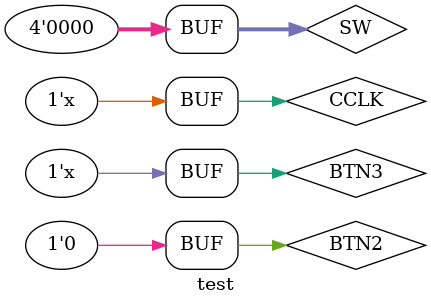
<source format=v>
`timescale 1ns / 1ps


module test;

	// Inputs
	reg CCLK;
	reg BTN3;
	reg BTN2;
	reg [3:0] SW;

	// Outputs
	wire LED;
	wire LCDE;
	wire LCDRS;
	wire LCDRW;
	wire [3:0] LCDDAT;

	// Instantiate the Unit Under Test (UUT)
	pipeline uut (
		.CCLK(CCLK), 
		.BTN3(BTN3), 
		.BTN2(BTN2), 
		.SW(SW), 
		.LED(LED), 
		.LCDE(LCDE), 
		.LCDRS(LCDRS), 
		.LCDRW(LCDRW), 
		.LCDDAT(LCDDAT)
	);

	initial begin
		// Initialize Inputs
		CCLK = 0;
		BTN3 = 0;
		BTN2 = 0;
		SW = 0;

		// Wait 100 ns for global reset to finish
		#10;
			BTN2 = 1;
		#10;
			BTN2 = 0;
		// Add stimulus here

	end
   always begin
		#1;
		CCLK = ~CCLK;
	end
	always begin
		#5;
		BTN3 = ~BTN3;
	end
endmodule


</source>
